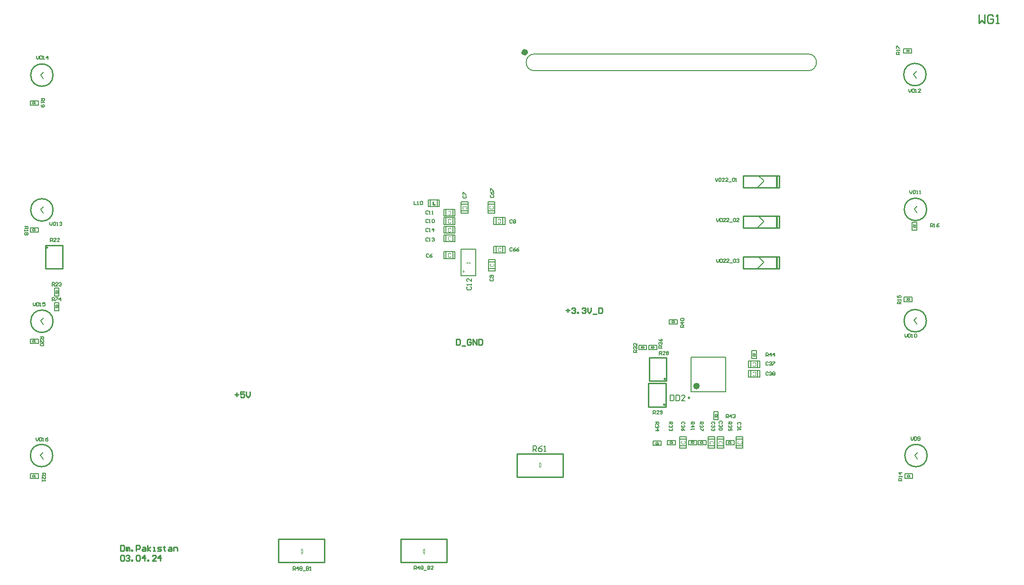
<source format=gto>
G04*
G04 #@! TF.GenerationSoftware,Altium Limited,Altium Designer,19.1.5 (86)*
G04*
G04 Layer_Color=65535*
%FSLAX44Y44*%
%MOMM*%
G71*
G01*
G75*
%ADD10C,0.2540*%
%ADD11C,1.0000*%
%ADD12C,0.2000*%
%ADD13C,0.2500*%
%ADD14C,0.6000*%
%ADD15C,0.0500*%
%ADD16C,0.1500*%
%ADD17C,0.1000*%
%ADD18C,0.3000*%
%ADD19C,0.1540*%
D10*
X2840900Y1679750D02*
G03*
X2840900Y1679750I-20000J0D01*
G01*
X2839500Y1920750D02*
G03*
X2839500Y1920750I-20000J0D01*
G01*
X1279900Y1679750D02*
G03*
X1279900Y1679750I-20000J0D01*
G01*
X1280500Y2118750D02*
G03*
X1280500Y2118750I-20000J0D01*
G01*
Y2359750D02*
G03*
X1280500Y2359750I-20000J0D01*
G01*
Y1919750D02*
G03*
X1280500Y1919750I-20000J0D01*
G01*
X2839900Y2119750D02*
G03*
X2839900Y2119750I-20000J0D01*
G01*
X2838900Y2360750D02*
G03*
X2838900Y2360750I-20000J0D01*
G01*
X1297500Y2013500D02*
Y2055500D01*
X1266750Y2013500D02*
X1297500D01*
X1266750D02*
Y2055500D01*
X1297500D01*
X2344500Y1813000D02*
Y1855000D01*
X2375250D01*
Y1813000D02*
Y1855000D01*
X2344500Y1813000D02*
X2375250D01*
X2343500Y1767000D02*
Y1809000D01*
X2374250D01*
Y1767000D02*
Y1809000D01*
X2343500Y1767000D02*
X2374250D01*
X2108500Y1641000D02*
Y1683000D01*
Y1641000D02*
X2190500D01*
Y1683000D01*
X2108500D02*
X2190500D01*
X1683000Y1488780D02*
X1765000D01*
X1683000D02*
Y1530780D01*
X1765000D01*
Y1488780D02*
Y1530780D01*
X1901000Y1488780D02*
X1983000D01*
X1901000D02*
Y1530780D01*
X1983000D01*
Y1488780D02*
Y1530780D01*
X2512510Y2087000D02*
X2576510D01*
Y2108000D01*
X2512510D02*
X2576510D01*
X2512510Y2087000D02*
Y2108000D01*
Y2159000D02*
X2576510D01*
Y2180000D01*
X2512510D02*
X2576510D01*
X2512510Y2159000D02*
Y2180000D01*
X2512510Y2014000D02*
X2576510D01*
Y2035000D01*
X2512510D02*
X2576510D01*
X2512510Y2014000D02*
Y2035000D01*
X1400540Y1519629D02*
Y1509632D01*
X1405538D01*
X1407204Y1511298D01*
Y1517963D01*
X1405538Y1519629D01*
X1400540D01*
X1410537Y1509632D02*
Y1516297D01*
X1412203D01*
X1413869Y1514630D01*
Y1509632D01*
Y1514630D01*
X1415535Y1516297D01*
X1417201Y1514630D01*
Y1509632D01*
X1420534D02*
Y1511298D01*
X1422200D01*
Y1509632D01*
X1420534D01*
X1428864D02*
Y1519629D01*
X1433863D01*
X1435529Y1517963D01*
Y1514630D01*
X1433863Y1512964D01*
X1428864D01*
X1440527Y1516297D02*
X1443859D01*
X1445526Y1514630D01*
Y1509632D01*
X1440527D01*
X1438861Y1511298D01*
X1440527Y1512964D01*
X1445526D01*
X1448858Y1509632D02*
Y1519629D01*
Y1512964D02*
X1453856Y1516297D01*
X1448858Y1512964D02*
X1453856Y1509632D01*
X1458855D02*
X1462187D01*
X1460521D01*
Y1516297D01*
X1458855D01*
X1467185Y1509632D02*
X1472184D01*
X1473850Y1511298D01*
X1472184Y1512964D01*
X1468851D01*
X1467185Y1514630D01*
X1468851Y1516297D01*
X1473850D01*
X1478848Y1517963D02*
Y1516297D01*
X1477182D01*
X1480514D01*
X1478848D01*
Y1511298D01*
X1480514Y1509632D01*
X1487179Y1516297D02*
X1490511D01*
X1492177Y1514630D01*
Y1509632D01*
X1487179D01*
X1485513Y1511298D01*
X1487179Y1512964D01*
X1492177D01*
X1495509Y1509632D02*
Y1516297D01*
X1500508D01*
X1502174Y1514630D01*
Y1509632D01*
X1400540Y1499871D02*
X1402206Y1501537D01*
X1405538D01*
X1407204Y1499871D01*
Y1493206D01*
X1405538Y1491540D01*
X1402206D01*
X1400540Y1493206D01*
Y1499871D01*
X1410537D02*
X1412203Y1501537D01*
X1415535D01*
X1417201Y1499871D01*
Y1498204D01*
X1415535Y1496538D01*
X1413869D01*
X1415535D01*
X1417201Y1494872D01*
Y1493206D01*
X1415535Y1491540D01*
X1412203D01*
X1410537Y1493206D01*
X1420534Y1491540D02*
Y1493206D01*
X1422200D01*
Y1491540D01*
X1420534D01*
X1428864Y1499871D02*
X1430530Y1501537D01*
X1433863D01*
X1435529Y1499871D01*
Y1493206D01*
X1433863Y1491540D01*
X1430530D01*
X1428864Y1493206D01*
Y1499871D01*
X1443859Y1491540D02*
Y1501537D01*
X1438861Y1496538D01*
X1445526D01*
X1448858Y1491540D02*
Y1493206D01*
X1450524D01*
Y1491540D01*
X1448858D01*
X1463853D02*
X1457188D01*
X1463853Y1498204D01*
Y1499871D01*
X1462187Y1501537D01*
X1458855D01*
X1457188Y1499871D01*
X1472184Y1491540D02*
Y1501537D01*
X1467185Y1496538D01*
X1473850D01*
X1605000Y1788998D02*
X1611664D01*
X1608332Y1792331D02*
Y1785666D01*
X1621661Y1793997D02*
X1614997D01*
Y1788998D01*
X1618329Y1790665D01*
X1619995D01*
X1621661Y1788998D01*
Y1785666D01*
X1619995Y1784000D01*
X1616663D01*
X1614997Y1785666D01*
X1624993Y1793997D02*
Y1787332D01*
X1628326Y1784000D01*
X1631658Y1787332D01*
Y1793997D01*
X2000000Y1887997D02*
Y1878000D01*
X2004998D01*
X2006664Y1879666D01*
Y1886331D01*
X2004998Y1887997D01*
X2000000D01*
X2009997Y1876334D02*
X2016661D01*
X2026658Y1886331D02*
X2024992Y1887997D01*
X2021660D01*
X2019993Y1886331D01*
Y1879666D01*
X2021660Y1878000D01*
X2024992D01*
X2026658Y1879666D01*
Y1882998D01*
X2023326D01*
X2029990Y1878000D02*
Y1887997D01*
X2036655Y1878000D01*
Y1887997D01*
X2039987D02*
Y1878000D01*
X2044986D01*
X2046652Y1879666D01*
Y1886331D01*
X2044986Y1887997D01*
X2039987D01*
X2196000Y1938998D02*
X2202664D01*
X2199332Y1942331D02*
Y1935666D01*
X2205997Y1942331D02*
X2207663Y1943997D01*
X2210995D01*
X2212661Y1942331D01*
Y1940665D01*
X2210995Y1938998D01*
X2209329D01*
X2210995D01*
X2212661Y1937332D01*
Y1935666D01*
X2210995Y1934000D01*
X2207663D01*
X2205997Y1935666D01*
X2215994Y1934000D02*
Y1935666D01*
X2217660D01*
Y1934000D01*
X2215994D01*
X2224324Y1942331D02*
X2225990Y1943997D01*
X2229323D01*
X2230989Y1942331D01*
Y1940665D01*
X2229323Y1938998D01*
X2227657D01*
X2229323D01*
X2230989Y1937332D01*
Y1935666D01*
X2229323Y1934000D01*
X2225990D01*
X2224324Y1935666D01*
X2234321Y1943997D02*
Y1937332D01*
X2237653Y1934000D01*
X2240986Y1937332D01*
Y1943997D01*
X2244318Y1932334D02*
X2250982D01*
X2254315Y1943997D02*
Y1934000D01*
X2259313D01*
X2260979Y1935666D01*
Y1942331D01*
X2259313Y1943997D01*
X2254315D01*
X1958382Y2133458D02*
Y2128460D01*
X1961714D01*
X2933350Y2467827D02*
Y2452592D01*
X2938428Y2457670D01*
X2943507Y2452592D01*
Y2467827D01*
X2958742Y2465288D02*
X2956203Y2467827D01*
X2951124D01*
X2948585Y2465288D01*
Y2455131D01*
X2951124Y2452592D01*
X2956203D01*
X2958742Y2455131D01*
Y2460210D01*
X2953663D01*
X2963820Y2452592D02*
X2968899D01*
X2966359D01*
Y2467827D01*
X2963820Y2465288D01*
D11*
X2123200Y2400520D02*
G03*
X2123200Y2400520I-1000J0D01*
G01*
D12*
X2628200Y2367520D02*
G03*
X2628200Y2397520I0J15000D01*
G01*
X2139950D02*
G03*
X2139950Y2367520I0J-15000D01*
G01*
X2067000Y2054000D02*
X2087000D01*
Y2042000D02*
Y2054000D01*
X2067000Y2042000D02*
X2087000D01*
X2067000D02*
Y2054000D01*
X2071000Y2042000D02*
Y2054000D01*
X2083000Y2042000D02*
Y2054000D01*
X2009000Y2001000D02*
Y2049000D01*
X2035000D01*
Y2001000D02*
Y2049000D01*
X2009000Y2001000D02*
X2035000D01*
X2058000Y2010000D02*
Y2030000D01*
X2070000D01*
Y2010000D02*
Y2030000D01*
X2058000Y2010000D02*
X2070000D01*
X2058000Y2014000D02*
X2070000D01*
X2058000Y2026000D02*
X2070000D01*
X1994000Y2032000D02*
Y2044000D01*
X1982000Y2032000D02*
Y2044000D01*
X1978000Y2032000D02*
Y2044000D01*
Y2032000D02*
X1998000D01*
Y2044000D01*
X1978000D02*
X1998000D01*
X1978000Y2074000D02*
X1998000D01*
Y2062000D02*
Y2074000D01*
X1978000Y2062000D02*
X1998000D01*
X1978000D02*
Y2074000D01*
X1982000Y2062000D02*
Y2074000D01*
X1994000Y2062000D02*
Y2074000D01*
X2067000Y2093000D02*
X2087000D01*
X2067000D02*
Y2105000D01*
X2087000D01*
Y2093000D02*
Y2105000D01*
X2083000Y2093000D02*
Y2105000D01*
X2071000Y2093000D02*
Y2105000D01*
X2057000Y2113000D02*
Y2133000D01*
X2069000D01*
Y2113000D02*
Y2133000D01*
X2057000Y2113000D02*
X2069000D01*
X2057000Y2117000D02*
X2069000D01*
X2057000Y2129000D02*
X2069000D01*
X2021000Y2113000D02*
Y2133000D01*
X2009000Y2113000D02*
X2021000D01*
X2009000D02*
Y2133000D01*
X2021000D01*
X2009000Y2129000D02*
X2021000D01*
X2009000Y2117000D02*
X2021000D01*
X1978000Y2089000D02*
X1998000D01*
Y2077000D02*
Y2089000D01*
X1978000Y2077000D02*
X1998000D01*
X1978000D02*
Y2089000D01*
X1982000Y2077000D02*
Y2089000D01*
X1994000Y2077000D02*
Y2089000D01*
X1966000Y2125000D02*
Y2137000D01*
X1954000Y2125000D02*
Y2137000D01*
X1950000Y2125000D02*
Y2137000D01*
Y2125000D02*
X1970000D01*
Y2137000D01*
X1950000D02*
X1970000D01*
X1994000Y2093000D02*
Y2105000D01*
X1982000Y2093000D02*
Y2105000D01*
X1978000Y2093000D02*
Y2105000D01*
Y2093000D02*
X1998000D01*
Y2105000D01*
X1978000D02*
X1998000D01*
X1982000Y2108000D02*
Y2120000D01*
X1994000Y2108000D02*
Y2120000D01*
X1998000Y2108000D02*
Y2120000D01*
X1978000D02*
X1998000D01*
X1978000Y2108000D02*
Y2120000D01*
Y2108000D02*
X1998000D01*
X2818775Y1680375D02*
X2823525Y1673625D01*
X2818775Y1680375D02*
X2824025Y1685625D01*
X2817375Y1921375D02*
X2822625Y1926625D01*
X2817375Y1921375D02*
X2822125Y1914625D01*
X1257775Y1680375D02*
X1263025Y1685625D01*
X1257775Y1680375D02*
X1262525Y1673625D01*
X1258375Y2119375D02*
X1263125Y2112625D01*
X1258375Y2119375D02*
X1263625Y2124625D01*
X1258375Y2360375D02*
X1263625Y2365625D01*
X1258375Y2360375D02*
X1263125Y2353625D01*
X2139950Y2367520D02*
X2628200D01*
X2139950Y2397520D02*
X2631200D01*
X1258375Y1920375D02*
X1263125Y1913625D01*
X1258375Y1920375D02*
X1263625Y1925625D01*
X2817775Y2120375D02*
X2822525Y2113625D01*
X2817775Y2120375D02*
X2823025Y2125625D01*
X2816775Y2361375D02*
X2822025Y2366625D01*
X2816775Y2361375D02*
X2821525Y2354625D01*
X2537510Y2087000D02*
X2548510Y2098000D01*
X2539510Y2108000D02*
X2548510Y2099000D01*
Y2098000D02*
Y2099000D01*
X2532510Y2087000D02*
X2537510D01*
Y2159000D02*
X2548510Y2170000D01*
X2539510Y2180000D02*
X2548510Y2171000D01*
Y2170000D02*
Y2171000D01*
X2532510Y2159000D02*
X2537510D01*
X2537510Y2014000D02*
X2548510Y2025000D01*
X2539510Y2035000D02*
X2548510Y2026000D01*
Y2025000D02*
Y2026000D01*
X2532510Y2014000D02*
X2537510D01*
X2419000Y1794000D02*
X2481000D01*
X2419000Y1856000D02*
X2481000D01*
X2419000Y1794000D02*
Y1856000D01*
X2481000Y1794000D02*
Y1856000D01*
X2522000Y1837000D02*
X2542000D01*
X2522000D02*
Y1849000D01*
X2542000D01*
Y1837000D02*
Y1849000D01*
X2538000Y1837000D02*
Y1849000D01*
X2526000Y1837000D02*
Y1849000D01*
X2522000Y1820000D02*
X2542000D01*
X2522000D02*
Y1832000D01*
X2542000D01*
Y1820000D02*
Y1832000D01*
X2538000Y1820000D02*
Y1832000D01*
X2526000Y1820000D02*
Y1832000D01*
X2500000Y1693000D02*
Y1713000D01*
X2512000D01*
Y1693000D02*
Y1713000D01*
X2500000Y1693000D02*
X2512000D01*
X2500000Y1697000D02*
X2512000D01*
X2500000Y1709000D02*
X2512000D01*
X2462000Y1693000D02*
Y1713000D01*
X2450000Y1693000D02*
X2462000D01*
X2450000D02*
Y1713000D01*
X2462000D01*
X2450000Y1709000D02*
X2462000D01*
X2450000Y1697000D02*
X2462000D01*
X2478000Y1693000D02*
Y1713000D01*
X2466000Y1693000D02*
X2478000D01*
X2466000D02*
Y1713000D01*
X2478000D01*
X2466000Y1709000D02*
X2478000D01*
X2466000Y1697000D02*
X2478000D01*
X2399000Y1693000D02*
Y1713000D01*
X2411000D01*
Y1693000D02*
Y1713000D01*
X2399000Y1693000D02*
X2411000D01*
X2399000Y1697000D02*
X2411000D01*
X2399000Y1709000D02*
X2411000D01*
D13*
X1270750Y2051750D02*
G03*
X1270750Y2051750I-1250J0D01*
G01*
X2373750Y1816750D02*
G03*
X2373750Y1816750I-1250J0D01*
G01*
X2372750Y1770750D02*
G03*
X2372750Y1770750I-1250J0D01*
G01*
X2416750Y1783000D02*
G03*
X2416750Y1783000I-1250J0D01*
G01*
D14*
X2432000Y1804000D02*
G03*
X2432000Y1804000I-3000J0D01*
G01*
D15*
X2023270Y2024160D02*
X2025810D01*
X2018190D02*
X2020730D01*
X2023270Y2022890D02*
Y2025430D01*
X2020730Y2022890D02*
Y2025430D01*
X2011000Y2009000D02*
X2015000D01*
X2013000Y2007000D02*
Y2011000D01*
D16*
X2800888Y1646970D02*
X2815112D01*
X2800888Y1639096D02*
X2815112D01*
Y1646970D01*
X2800888Y1639096D02*
Y1646970D01*
X2799888Y1955030D02*
X2814112D01*
X2799888Y1962904D02*
X2814112D01*
X2799888Y1955030D02*
Y1962904D01*
X2814112Y1955030D02*
Y1962904D01*
X2798888Y2399030D02*
X2813112D01*
X2798888Y2406904D02*
X2813112D01*
X2798888Y2399030D02*
Y2406904D01*
X2813112Y2399030D02*
Y2406904D01*
X2814030Y2082888D02*
Y2097112D01*
X2821904Y2082888D02*
Y2097112D01*
X2814030D02*
X2821904D01*
X2814030Y2082888D02*
X2821904D01*
X1239888Y1646970D02*
X1254112D01*
X1239888Y1639096D02*
X1254112D01*
Y1646970D01*
X1239888Y1639096D02*
Y1646970D01*
Y1887970D02*
X1254112D01*
X1239888Y1880096D02*
X1254112D01*
Y1887970D01*
X1239888Y1880096D02*
Y1887970D01*
Y2086970D02*
X1254112D01*
X1239888Y2079096D02*
X1254112D01*
Y2086970D01*
X1239888Y2079096D02*
Y2086970D01*
Y2313970D02*
X1254112D01*
X1239888Y2306096D02*
X1254112D01*
Y2313970D01*
X1239888Y2306096D02*
Y2313970D01*
X1283096Y1953112D02*
X1290970D01*
X1283096Y1938888D02*
X1290970D01*
X1283096D02*
Y1953112D01*
X1290970Y1938888D02*
Y1953112D01*
X1283096Y1979112D02*
X1290970D01*
X1283096Y1964888D02*
X1290970D01*
X1283096D02*
Y1979112D01*
X1290970Y1964888D02*
Y1979112D01*
X2325888Y1869030D02*
X2340112D01*
X2325888Y1876904D02*
X2340112D01*
X2325888Y1869030D02*
Y1876904D01*
X2340112Y1869030D02*
Y1876904D01*
X2528030Y1852888D02*
Y1867112D01*
X2535904Y1852888D02*
Y1867112D01*
X2528030D02*
X2535904D01*
X2528030Y1852888D02*
X2535904D01*
X2377388Y1706970D02*
X2391612D01*
X2377388Y1699096D02*
X2391612D01*
Y1706970D01*
X2377388Y1699096D02*
Y1706970D01*
X2351950Y1705721D02*
X2366174D01*
X2351950Y1697847D02*
X2366174D01*
Y1705721D01*
X2351950Y1697847D02*
Y1705721D01*
X2481888Y1706970D02*
X2496112D01*
X2481888Y1699096D02*
X2496112D01*
Y1706970D01*
X2481888Y1699096D02*
Y1706970D01*
X2380488Y1922780D02*
X2394712D01*
X2380488Y1914906D02*
X2394712D01*
Y1922780D01*
X2380488Y1914906D02*
Y1922780D01*
X2343888Y1869030D02*
X2358112D01*
X2343888Y1876904D02*
X2358112D01*
X2343888Y1869030D02*
Y1876904D01*
X2358112Y1869030D02*
Y1876904D01*
X2467970Y1743888D02*
Y1758112D01*
X2460096Y1743888D02*
Y1758112D01*
Y1743888D02*
X2467970D01*
X2460096Y1758112D02*
X2467970D01*
X2414888Y1699030D02*
X2429112D01*
X2414888Y1706904D02*
X2429112D01*
X2414888Y1699030D02*
Y1706904D01*
X2429112Y1699030D02*
Y1706904D01*
X2431888Y1706970D02*
X2446112D01*
X2431888Y1699096D02*
X2446112D01*
Y1706970D01*
X2431888Y1699096D02*
Y1706970D01*
X2810540Y1641382D02*
X2805542D01*
Y1643881D01*
X2806375Y1644714D01*
X2808041D01*
X2808874Y1643881D01*
Y1641382D01*
Y1643048D02*
X2810540Y1644714D01*
X2804460Y1960618D02*
X2809458D01*
Y1958119D01*
X2808625Y1957286D01*
X2806959D01*
X2806126Y1958119D01*
Y1960618D01*
Y1958952D02*
X2804460Y1957286D01*
X2803460Y2404618D02*
X2808458D01*
Y2402119D01*
X2807625Y2401286D01*
X2805959D01*
X2805126Y2402119D01*
Y2404618D01*
Y2402952D02*
X2803460Y2401286D01*
X2819618Y2092540D02*
Y2087542D01*
X2817119D01*
X2816286Y2088375D01*
Y2090041D01*
X2817119Y2090874D01*
X2819618D01*
X2817952D02*
X2816286Y2092540D01*
X1249540Y1641382D02*
X1244542D01*
Y1643881D01*
X1245375Y1644714D01*
X1247041D01*
X1247874Y1643881D01*
Y1641382D01*
Y1643048D02*
X1249540Y1644714D01*
Y1882382D02*
X1244542D01*
Y1884881D01*
X1245375Y1885714D01*
X1247041D01*
X1247874Y1884881D01*
Y1882382D01*
Y1884048D02*
X1249540Y1885714D01*
Y2081382D02*
X1244542D01*
Y2083881D01*
X1245375Y2084714D01*
X1247041D01*
X1247874Y2083881D01*
Y2081382D01*
Y2083048D02*
X1249540Y2084714D01*
Y2308382D02*
X1244542D01*
Y2310881D01*
X1245375Y2311714D01*
X1247041D01*
X1247874Y2310881D01*
Y2308382D01*
Y2310048D02*
X1249540Y2311714D01*
X1285382Y1943460D02*
Y1948458D01*
X1287881D01*
X1288714Y1947625D01*
Y1945959D01*
X1287881Y1945126D01*
X1285382D01*
X1287048D02*
X1288714Y1943460D01*
X1285382Y1969460D02*
Y1974458D01*
X1287881D01*
X1288714Y1973625D01*
Y1971959D01*
X1287881Y1971126D01*
X1285382D01*
X1287048D02*
X1288714Y1969460D01*
X2330460Y1874618D02*
X2335458D01*
Y1872119D01*
X2334625Y1871286D01*
X2332959D01*
X2332126Y1872119D01*
Y1874618D01*
Y1872952D02*
X2330460Y1871286D01*
X2533618Y1862540D02*
Y1857542D01*
X2531119D01*
X2530286Y1858375D01*
Y1860041D01*
X2531119Y1860874D01*
X2533618D01*
X2531952D02*
X2530286Y1862540D01*
X2387040Y1701382D02*
X2382042D01*
Y1703881D01*
X2382875Y1704714D01*
X2384541D01*
X2385374Y1703881D01*
Y1701382D01*
Y1703048D02*
X2387040Y1704714D01*
X2361602Y1700133D02*
X2356604D01*
Y1702632D01*
X2357437Y1703466D01*
X2359103D01*
X2359936Y1702632D01*
Y1700133D01*
Y1701799D02*
X2361602Y1703466D01*
X2491540Y1701382D02*
X2486542D01*
Y1703881D01*
X2487375Y1704714D01*
X2489041D01*
X2489874Y1703881D01*
Y1701382D01*
Y1703048D02*
X2491540Y1704714D01*
X2390140Y1917192D02*
X2385142D01*
Y1919691D01*
X2385975Y1920524D01*
X2387641D01*
X2388474Y1919691D01*
Y1917192D01*
Y1918858D02*
X2390140Y1920524D01*
X2348460Y1874618D02*
X2353458D01*
Y1872119D01*
X2352625Y1871286D01*
X2350959D01*
X2350126Y1872119D01*
Y1874618D01*
Y1872952D02*
X2348460Y1871286D01*
X2462382Y1748460D02*
Y1753458D01*
X2464881D01*
X2465714Y1752625D01*
Y1750959D01*
X2464881Y1750126D01*
X2462382D01*
X2464048D02*
X2465714Y1748460D01*
X2419460Y1704618D02*
X2424458D01*
Y1702119D01*
X2423625Y1701286D01*
X2421959D01*
X2421126Y1702119D01*
Y1704618D01*
Y1702952D02*
X2419460Y1701286D01*
X2441540Y1701382D02*
X2436542D01*
Y1703881D01*
X2437375Y1704714D01*
X2439041D01*
X2439874Y1703881D01*
Y1701382D01*
Y1703048D02*
X2441540Y1704714D01*
X2465000Y2030998D02*
Y2026999D01*
X2466999Y2025000D01*
X2468999Y2026999D01*
Y2030998D01*
X2470998D02*
Y2025000D01*
X2473997D01*
X2474997Y2026000D01*
Y2029998D01*
X2473997Y2030998D01*
X2470998D01*
X2480995Y2025000D02*
X2476996D01*
X2480995Y2028999D01*
Y2029998D01*
X2479995Y2030998D01*
X2477996D01*
X2476996Y2029998D01*
X2486993Y2025000D02*
X2482994D01*
X2486993Y2028999D01*
Y2029998D01*
X2485993Y2030998D01*
X2483994D01*
X2482994Y2029998D01*
X2488992Y2024000D02*
X2492991D01*
X2497989Y2030998D02*
X2495990D01*
X2494990Y2029998D01*
Y2026000D01*
X2495990Y2025000D01*
X2497989D01*
X2498989Y2026000D01*
Y2029998D01*
X2497989Y2030998D01*
X2500988Y2029998D02*
X2501988Y2030998D01*
X2503987D01*
X2504987Y2029998D01*
Y2028999D01*
X2503987Y2027999D01*
X2502988D01*
X2503987D01*
X2504987Y2026999D01*
Y2026000D01*
X2503987Y2025000D01*
X2501988D01*
X2500988Y2026000D01*
X2465000Y2103998D02*
Y2099999D01*
X2466999Y2098000D01*
X2468999Y2099999D01*
Y2103998D01*
X2470998D02*
Y2098000D01*
X2473997D01*
X2474997Y2099000D01*
Y2102998D01*
X2473997Y2103998D01*
X2470998D01*
X2480995Y2098000D02*
X2476996D01*
X2480995Y2101999D01*
Y2102998D01*
X2479995Y2103998D01*
X2477996D01*
X2476996Y2102998D01*
X2486993Y2098000D02*
X2482994D01*
X2486993Y2101999D01*
Y2102998D01*
X2485993Y2103998D01*
X2483994D01*
X2482994Y2102998D01*
X2488992Y2097000D02*
X2492991D01*
X2497989Y2103998D02*
X2495990D01*
X2494990Y2102998D01*
Y2099000D01*
X2495990Y2098000D01*
X2497989D01*
X2498989Y2099000D01*
Y2102998D01*
X2497989Y2103998D01*
X2504987Y2098000D02*
X2500988D01*
X2504987Y2101999D01*
Y2102998D01*
X2503987Y2103998D01*
X2501988D01*
X2500988Y2102998D01*
X2463001Y2175998D02*
Y2171999D01*
X2465000Y2170000D01*
X2466999Y2171999D01*
Y2175998D01*
X2468999D02*
Y2170000D01*
X2471998D01*
X2472997Y2171000D01*
Y2174998D01*
X2471998Y2175998D01*
X2468999D01*
X2478995Y2170000D02*
X2474997D01*
X2478995Y2173999D01*
Y2174998D01*
X2477996Y2175998D01*
X2475996D01*
X2474997Y2174998D01*
X2484993Y2170000D02*
X2480995D01*
X2484993Y2173999D01*
Y2174998D01*
X2483994Y2175998D01*
X2481994D01*
X2480995Y2174998D01*
X2486993Y2169000D02*
X2490992D01*
X2495990Y2175998D02*
X2493991D01*
X2492991Y2174998D01*
Y2171000D01*
X2493991Y2170000D01*
X2495990D01*
X2496990Y2171000D01*
Y2174998D01*
X2495990Y2175998D01*
X2498989Y2170000D02*
X2500988D01*
X2499989D01*
Y2175998D01*
X2498989Y2174998D01*
X1250000Y1711998D02*
Y1707999D01*
X1251999Y1706000D01*
X1253999Y1707999D01*
Y1711998D01*
X1255998D02*
Y1706000D01*
X1258997D01*
X1259997Y1707000D01*
Y1710998D01*
X1258997Y1711998D01*
X1255998D01*
X1261996Y1706000D02*
X1263996D01*
X1262996D01*
Y1711998D01*
X1261996Y1710998D01*
X1270993Y1711998D02*
X1268994Y1710998D01*
X1266994Y1708999D01*
Y1707000D01*
X1267994Y1706000D01*
X1269994D01*
X1270993Y1707000D01*
Y1707999D01*
X1269994Y1708999D01*
X1266994D01*
X1245000Y1952998D02*
Y1948999D01*
X1246999Y1947000D01*
X1248999Y1948999D01*
Y1952998D01*
X1250998D02*
Y1947000D01*
X1253997D01*
X1254997Y1948000D01*
Y1951998D01*
X1253997Y1952998D01*
X1250998D01*
X1256996Y1947000D02*
X1258996D01*
X1257996D01*
Y1952998D01*
X1256996Y1951998D01*
X1265993Y1952998D02*
X1261994D01*
Y1949999D01*
X1263994Y1950999D01*
X1264994D01*
X1265993Y1949999D01*
Y1948000D01*
X1264994Y1947000D01*
X1262994D01*
X1261994Y1948000D01*
X1251000Y2393998D02*
Y2389999D01*
X1252999Y2388000D01*
X1254999Y2389999D01*
Y2393998D01*
X1256998D02*
Y2388000D01*
X1259997D01*
X1260997Y2389000D01*
Y2392998D01*
X1259997Y2393998D01*
X1256998D01*
X1262996Y2388000D02*
X1264995D01*
X1263996D01*
Y2393998D01*
X1262996Y2392998D01*
X1270993Y2388000D02*
Y2393998D01*
X1267995Y2390999D01*
X1271993D01*
X1275000Y2096998D02*
Y2092999D01*
X1276999Y2091000D01*
X1278999Y2092999D01*
Y2096998D01*
X1280998D02*
Y2091000D01*
X1283997D01*
X1284997Y2092000D01*
Y2095998D01*
X1283997Y2096998D01*
X1280998D01*
X1286996Y2091000D02*
X1288996D01*
X1287996D01*
Y2096998D01*
X1286996Y2095998D01*
X1291994D02*
X1292994Y2096998D01*
X1294993D01*
X1295993Y2095998D01*
Y2094999D01*
X1294993Y2093999D01*
X1293994D01*
X1294993D01*
X1295993Y2092999D01*
Y2092000D01*
X1294993Y2091000D01*
X1292994D01*
X1291994Y2092000D01*
X2808000Y2334998D02*
Y2330999D01*
X2809999Y2329000D01*
X2811999Y2330999D01*
Y2334998D01*
X2813998D02*
Y2329000D01*
X2816997D01*
X2817997Y2330000D01*
Y2333998D01*
X2816997Y2334998D01*
X2813998D01*
X2819996Y2329000D02*
X2821996D01*
X2820996D01*
Y2334998D01*
X2819996Y2333998D01*
X2828993Y2329000D02*
X2824995D01*
X2828993Y2332999D01*
Y2333998D01*
X2827993Y2334998D01*
X2825994D01*
X2824995Y2333998D01*
X2810000Y2153998D02*
Y2149999D01*
X2812000Y2148000D01*
X2813999Y2149999D01*
Y2153998D01*
X2815998D02*
Y2148000D01*
X2818997D01*
X2819997Y2149000D01*
Y2152998D01*
X2818997Y2153998D01*
X2815998D01*
X2821996Y2148000D02*
X2823995D01*
X2822996D01*
Y2153998D01*
X2821996Y2152998D01*
X2826995Y2148000D02*
X2828994D01*
X2827994D01*
Y2153998D01*
X2826995Y2152998D01*
X2801000Y1896998D02*
Y1892999D01*
X2802999Y1891000D01*
X2804999Y1892999D01*
Y1896998D01*
X2806998D02*
Y1891000D01*
X2809997D01*
X2810997Y1892000D01*
Y1895998D01*
X2809997Y1896998D01*
X2806998D01*
X2812996Y1891000D02*
X2814995D01*
X2813996D01*
Y1896998D01*
X2812996Y1895998D01*
X2817994D02*
X2818994Y1896998D01*
X2820994D01*
X2821993Y1895998D01*
Y1892000D01*
X2820994Y1891000D01*
X2818994D01*
X2817994Y1892000D01*
Y1895998D01*
X2812000Y1712998D02*
Y1708999D01*
X2813999Y1707000D01*
X2815999Y1708999D01*
Y1712998D01*
X2817998D02*
Y1707000D01*
X2820997D01*
X2821997Y1708000D01*
Y1711998D01*
X2820997Y1712998D01*
X2817998D01*
X2823996Y1708000D02*
X2824996Y1707000D01*
X2826995D01*
X2827995Y1708000D01*
Y1711998D01*
X2826995Y1712998D01*
X2824996D01*
X2823996Y1711998D01*
Y1710999D01*
X2824996Y1709999D01*
X2827995D01*
X2137000Y1687000D02*
Y1696997D01*
X2141998D01*
X2143665Y1695331D01*
Y1691998D01*
X2141998Y1690332D01*
X2137000D01*
X2140332D02*
X2143665Y1687000D01*
X2153661Y1696997D02*
X2150329Y1695331D01*
X2146997Y1691998D01*
Y1688666D01*
X2148663Y1687000D01*
X2151995D01*
X2153661Y1688666D01*
Y1690332D01*
X2151995Y1691998D01*
X2146997D01*
X2156994Y1687000D02*
X2160326D01*
X2158660D01*
Y1696997D01*
X2156994Y1695331D01*
X1925000Y1476000D02*
Y1481998D01*
X1927999D01*
X1928999Y1480998D01*
Y1478999D01*
X1927999Y1477999D01*
X1925000D01*
X1926999D02*
X1928999Y1476000D01*
X1933997D02*
Y1481998D01*
X1930998Y1478999D01*
X1934997D01*
X1936996Y1480998D02*
X1937996Y1481998D01*
X1939995D01*
X1940995Y1480998D01*
Y1479999D01*
X1939995Y1478999D01*
X1940995Y1477999D01*
Y1477000D01*
X1939995Y1476000D01*
X1937996D01*
X1936996Y1477000D01*
Y1477999D01*
X1937996Y1478999D01*
X1936996Y1479999D01*
Y1480998D01*
X1937996Y1478999D02*
X1939995D01*
X1942994Y1475000D02*
X1946993D01*
X1948992Y1481998D02*
Y1476000D01*
X1951991D01*
X1952991Y1477000D01*
Y1477999D01*
X1951991Y1478999D01*
X1948992D01*
X1951991D01*
X1952991Y1479999D01*
Y1480998D01*
X1951991Y1481998D01*
X1948992D01*
X1958989Y1476000D02*
X1954990D01*
X1958989Y1479999D01*
Y1480998D01*
X1957989Y1481998D01*
X1955990D01*
X1954990Y1480998D01*
X1709000Y1475000D02*
Y1480998D01*
X1711999D01*
X1712999Y1479998D01*
Y1477999D01*
X1711999Y1476999D01*
X1709000D01*
X1710999D02*
X1712999Y1475000D01*
X1717997D02*
Y1480998D01*
X1714998Y1477999D01*
X1718997D01*
X1720996Y1479998D02*
X1721996Y1480998D01*
X1723995D01*
X1724995Y1479998D01*
Y1478999D01*
X1723995Y1477999D01*
X1724995Y1476999D01*
Y1476000D01*
X1723995Y1475000D01*
X1721996D01*
X1720996Y1476000D01*
Y1476999D01*
X1721996Y1477999D01*
X1720996Y1478999D01*
Y1479998D01*
X1721996Y1477999D02*
X1723995D01*
X1726994Y1474000D02*
X1730993D01*
X1732992Y1480998D02*
Y1475000D01*
X1735991D01*
X1736991Y1476000D01*
Y1476999D01*
X1735991Y1477999D01*
X1732992D01*
X1735991D01*
X1736991Y1478999D01*
Y1479998D01*
X1735991Y1480998D01*
X1732992D01*
X1738990Y1475000D02*
X1740990D01*
X1739990D01*
Y1480998D01*
X1738990Y1479998D01*
X2553000Y1857000D02*
Y1862998D01*
X2555999D01*
X2556999Y1861998D01*
Y1859999D01*
X2555999Y1858999D01*
X2553000D01*
X2554999D02*
X2556999Y1857000D01*
X2561997D02*
Y1862998D01*
X2558998Y1859999D01*
X2562997D01*
X2567995Y1857000D02*
Y1862998D01*
X2564996Y1859999D01*
X2568995D01*
X2482000Y1747000D02*
Y1752998D01*
X2484999D01*
X2485999Y1751998D01*
Y1749999D01*
X2484999Y1748999D01*
X2482000D01*
X2483999D02*
X2485999Y1747000D01*
X2490997D02*
Y1752998D01*
X2487998Y1749999D01*
X2491997D01*
X2493996Y1751998D02*
X2494996Y1752998D01*
X2496995D01*
X2497995Y1751998D01*
Y1750999D01*
X2496995Y1749999D01*
X2495995D01*
X2496995D01*
X2497995Y1748999D01*
Y1748000D01*
X2496995Y1747000D01*
X2494996D01*
X2493996Y1748000D01*
X2419000Y1740000D02*
X2424998D01*
Y1737001D01*
X2423998Y1736001D01*
X2421999D01*
X2420999Y1737001D01*
Y1740000D01*
Y1738001D02*
X2419000Y1736001D01*
Y1731003D02*
X2424998D01*
X2421999Y1734002D01*
Y1730003D01*
X2419000Y1728004D02*
Y1726004D01*
Y1727004D01*
X2424998D01*
X2423998Y1728004D01*
X2406650Y1908810D02*
X2400652D01*
Y1911809D01*
X2401652Y1912809D01*
X2403651D01*
X2404651Y1911809D01*
Y1908810D01*
Y1910809D02*
X2406650Y1912809D01*
Y1917807D02*
X2400652D01*
X2403651Y1914808D01*
Y1918807D01*
X2401652Y1920806D02*
X2400652Y1921806D01*
Y1923805D01*
X2401652Y1924805D01*
X2405650D01*
X2406650Y1923805D01*
Y1921806D01*
X2405650Y1920806D01*
X2401652D01*
X2435000Y1740000D02*
X2440998D01*
Y1737001D01*
X2439998Y1736001D01*
X2437999D01*
X2436999Y1737001D01*
Y1740000D01*
Y1738001D02*
X2435000Y1736001D01*
X2439998Y1734002D02*
X2440998Y1733002D01*
Y1731003D01*
X2439998Y1730003D01*
X2438999D01*
X2437999Y1731003D01*
Y1732003D01*
Y1731003D01*
X2436999Y1730003D01*
X2435999D01*
X2435000Y1731003D01*
Y1733002D01*
X2435999Y1734002D01*
X2440998Y1728004D02*
Y1724005D01*
X2439998D01*
X2435999Y1728004D01*
X2435000D01*
X2368000Y1872000D02*
X2362002D01*
Y1874999D01*
X2363002Y1875999D01*
X2365001D01*
X2366001Y1874999D01*
Y1872000D01*
Y1873999D02*
X2368000Y1875999D01*
X2363002Y1877998D02*
X2362002Y1878998D01*
Y1880997D01*
X2363002Y1881997D01*
X2364001D01*
X2365001Y1880997D01*
Y1879997D01*
Y1880997D01*
X2366001Y1881997D01*
X2367000D01*
X2368000Y1880997D01*
Y1878998D01*
X2367000Y1877998D01*
X2362002Y1887995D02*
X2363002Y1885995D01*
X2365001Y1883996D01*
X2367000D01*
X2368000Y1884996D01*
Y1886995D01*
X2367000Y1887995D01*
X2366001D01*
X2365001Y1886995D01*
Y1883996D01*
X2486000Y1740000D02*
X2491998D01*
Y1737001D01*
X2490998Y1736001D01*
X2488999D01*
X2487999Y1737001D01*
Y1740000D01*
Y1738001D02*
X2486000Y1736001D01*
X2490998Y1734002D02*
X2491998Y1733002D01*
Y1731003D01*
X2490998Y1730003D01*
X2489999D01*
X2488999Y1731003D01*
Y1732003D01*
Y1731003D01*
X2487999Y1730003D01*
X2487000D01*
X2486000Y1731003D01*
Y1733002D01*
X2487000Y1734002D01*
X2491998Y1724005D02*
Y1728004D01*
X2488999D01*
X2489999Y1726004D01*
Y1725005D01*
X2488999Y1724005D01*
X2487000D01*
X2486000Y1725005D01*
Y1727004D01*
X2487000Y1728004D01*
X2356062Y1739721D02*
X2362060D01*
Y1736722D01*
X2361060Y1735723D01*
X2359061D01*
X2358062Y1736722D01*
Y1739721D01*
Y1737722D02*
X2356062Y1735723D01*
X2361060Y1733723D02*
X2362060Y1732724D01*
Y1730724D01*
X2361060Y1729725D01*
X2360061D01*
X2359061Y1730724D01*
Y1731724D01*
Y1730724D01*
X2358062Y1729725D01*
X2357062D01*
X2356062Y1730724D01*
Y1732724D01*
X2357062Y1733723D01*
X2356062Y1724726D02*
X2362060D01*
X2359061Y1727725D01*
Y1723727D01*
X2380500Y1740000D02*
X2386498D01*
Y1737001D01*
X2385498Y1736001D01*
X2383499D01*
X2382499Y1737001D01*
Y1740000D01*
Y1738001D02*
X2380500Y1736001D01*
X2385498Y1734002D02*
X2386498Y1733002D01*
Y1731003D01*
X2385498Y1730003D01*
X2384499D01*
X2383499Y1731003D01*
Y1732003D01*
Y1731003D01*
X2382499Y1730003D01*
X2381500D01*
X2380500Y1731003D01*
Y1733002D01*
X2381500Y1734002D01*
X2385498Y1728004D02*
X2386498Y1727004D01*
Y1725005D01*
X2385498Y1724005D01*
X2384499D01*
X2383499Y1725005D01*
Y1726004D01*
Y1725005D01*
X2382499Y1724005D01*
X2381500D01*
X2380500Y1725005D01*
Y1727004D01*
X2381500Y1728004D01*
X2323000Y1864000D02*
X2317002D01*
Y1866999D01*
X2318002Y1867999D01*
X2320001D01*
X2321001Y1866999D01*
Y1864000D01*
Y1865999D02*
X2323000Y1867999D01*
X2318002Y1869998D02*
X2317002Y1870998D01*
Y1872997D01*
X2318002Y1873997D01*
X2319001D01*
X2320001Y1872997D01*
Y1871997D01*
Y1872997D01*
X2321001Y1873997D01*
X2322000D01*
X2323000Y1872997D01*
Y1870998D01*
X2322000Y1869998D01*
X2323000Y1879995D02*
Y1875996D01*
X2319001Y1879995D01*
X2318002D01*
X2317002Y1878995D01*
Y1876996D01*
X2318002Y1875996D01*
X2352000Y1754000D02*
Y1759998D01*
X2354999D01*
X2355999Y1758998D01*
Y1756999D01*
X2354999Y1755999D01*
X2352000D01*
X2353999D02*
X2355999Y1754000D01*
X2361997D02*
X2357998D01*
X2361997Y1757999D01*
Y1758998D01*
X2360997Y1759998D01*
X2358998D01*
X2357998Y1758998D01*
X2363996Y1755000D02*
X2364996Y1754000D01*
X2366995D01*
X2367995Y1755000D01*
Y1758998D01*
X2366995Y1759998D01*
X2364996D01*
X2363996Y1758998D01*
Y1757999D01*
X2364996Y1756999D01*
X2367995D01*
X2363000Y1860000D02*
Y1865998D01*
X2365999D01*
X2366999Y1864998D01*
Y1862999D01*
X2365999Y1861999D01*
X2363000D01*
X2364999D02*
X2366999Y1860000D01*
X2372997D02*
X2368998D01*
X2372997Y1863999D01*
Y1864998D01*
X2371997Y1865998D01*
X2369998D01*
X2368998Y1864998D01*
X2374996D02*
X2375996Y1865998D01*
X2377995D01*
X2378995Y1864998D01*
Y1863999D01*
X2377995Y1862999D01*
X2378995Y1861999D01*
Y1861000D01*
X2377995Y1860000D01*
X2375996D01*
X2374996Y1861000D01*
Y1861999D01*
X2375996Y1862999D01*
X2374996Y1863999D01*
Y1864998D01*
X2375996Y1862999D02*
X2377995D01*
X1279000Y1983000D02*
Y1988998D01*
X1281999D01*
X1282999Y1987998D01*
Y1985999D01*
X1281999Y1984999D01*
X1279000D01*
X1280999D02*
X1282999Y1983000D01*
X1288997D02*
X1284998D01*
X1288997Y1986999D01*
Y1987998D01*
X1287997Y1988998D01*
X1285998D01*
X1284998Y1987998D01*
X1290996D02*
X1291996Y1988998D01*
X1293995D01*
X1294995Y1987998D01*
Y1986999D01*
X1293995Y1985999D01*
X1292995D01*
X1293995D01*
X1294995Y1984999D01*
Y1984000D01*
X1293995Y1983000D01*
X1291996D01*
X1290996Y1984000D01*
X1275750Y2062000D02*
Y2067998D01*
X1278749D01*
X1279749Y2066998D01*
Y2064999D01*
X1278749Y2063999D01*
X1275750D01*
X1277749D02*
X1279749Y2062000D01*
X1285747D02*
X1281748D01*
X1285747Y2065999D01*
Y2066998D01*
X1284747Y2067998D01*
X1282748D01*
X1281748Y2066998D01*
X1291745Y2062000D02*
X1287746D01*
X1291745Y2065999D01*
Y2066998D01*
X1290745Y2067998D01*
X1288746D01*
X1287746Y2066998D01*
X1261000Y1648000D02*
X1266998D01*
Y1645001D01*
X1265998Y1644001D01*
X1263999D01*
X1262999Y1645001D01*
Y1648000D01*
Y1646001D02*
X1261000Y1644001D01*
Y1638003D02*
Y1642002D01*
X1264999Y1638003D01*
X1265998D01*
X1266998Y1639003D01*
Y1641002D01*
X1265998Y1642002D01*
X1261000Y1636004D02*
Y1634005D01*
Y1635004D01*
X1266998D01*
X1265998Y1636004D01*
X1258000Y1892000D02*
X1263998D01*
Y1889001D01*
X1262998Y1888001D01*
X1260999D01*
X1259999Y1889001D01*
Y1892000D01*
Y1890001D02*
X1258000Y1888001D01*
Y1882003D02*
Y1886002D01*
X1261999Y1882003D01*
X1262998D01*
X1263998Y1883003D01*
Y1885002D01*
X1262998Y1886002D01*
Y1880004D02*
X1263998Y1879004D01*
Y1877005D01*
X1262998Y1876005D01*
X1259000D01*
X1258000Y1877005D01*
Y1879004D01*
X1259000Y1880004D01*
X1262998D01*
X1259000Y2318000D02*
X1264998D01*
Y2315001D01*
X1263998Y2314001D01*
X1261999D01*
X1260999Y2315001D01*
Y2318000D01*
Y2316001D02*
X1259000Y2314001D01*
Y2312002D02*
Y2310003D01*
Y2311002D01*
X1264998D01*
X1263998Y2312002D01*
X1260000Y2307004D02*
X1259000Y2306004D01*
Y2304005D01*
X1260000Y2303005D01*
X1263998D01*
X1264998Y2304005D01*
Y2306004D01*
X1263998Y2307004D01*
X1262999D01*
X1261999Y2306004D01*
Y2303005D01*
X1230000Y2089000D02*
X1235998D01*
Y2086001D01*
X1234998Y2085001D01*
X1232999D01*
X1231999Y2086001D01*
Y2089000D01*
Y2087001D02*
X1230000Y2085001D01*
Y2083002D02*
Y2081003D01*
Y2082002D01*
X1235998D01*
X1234998Y2083002D01*
Y2078004D02*
X1235998Y2077004D01*
Y2075004D01*
X1234998Y2074005D01*
X1233999D01*
X1232999Y2075004D01*
X1231999Y2074005D01*
X1231000D01*
X1230000Y2075004D01*
Y2077004D01*
X1231000Y2078004D01*
X1231999D01*
X1232999Y2077004D01*
X1233999Y2078004D01*
X1234998D01*
X1232999Y2077004D02*
Y2075004D01*
X2792000Y2397000D02*
X2786002D01*
Y2399999D01*
X2787002Y2400999D01*
X2789001D01*
X2790001Y2399999D01*
Y2397000D01*
Y2398999D02*
X2792000Y2400999D01*
Y2402998D02*
Y2404997D01*
Y2403998D01*
X2786002D01*
X2787002Y2402998D01*
X2786002Y2407996D02*
Y2411995D01*
X2787002D01*
X2791000Y2407996D01*
X2792000D01*
X2846820Y2088173D02*
Y2094171D01*
X2849819D01*
X2850818Y2093171D01*
Y2091172D01*
X2849819Y2090172D01*
X2846820D01*
X2848819D02*
X2850818Y2088173D01*
X2852818D02*
X2854817D01*
X2853817D01*
Y2094171D01*
X2852818Y2093171D01*
X2861815Y2094171D02*
X2859816Y2093171D01*
X2857816Y2091172D01*
Y2089172D01*
X2858816Y2088173D01*
X2860815D01*
X2861815Y2089172D01*
Y2090172D01*
X2860815Y2091172D01*
X2857816D01*
X2794000Y1951000D02*
X2788002D01*
Y1953999D01*
X2789001Y1954999D01*
X2791001D01*
X2792001Y1953999D01*
Y1951000D01*
Y1952999D02*
X2794000Y1954999D01*
Y1956998D02*
Y1958997D01*
Y1957998D01*
X2788002D01*
X2789001Y1956998D01*
X2788002Y1965995D02*
Y1961996D01*
X2791001D01*
X2790001Y1963996D01*
Y1964996D01*
X2791001Y1965995D01*
X2793000D01*
X2794000Y1964996D01*
Y1962996D01*
X2793000Y1961996D01*
X2796000Y1635000D02*
X2790002D01*
Y1637999D01*
X2791002Y1638999D01*
X2793001D01*
X2794001Y1637999D01*
Y1635000D01*
Y1636999D02*
X2796000Y1638999D01*
Y1640998D02*
Y1642997D01*
Y1641998D01*
X2790002D01*
X2791002Y1640998D01*
X2796000Y1648996D02*
X2790002D01*
X2793001Y1645996D01*
Y1649995D01*
X2382000Y1787997D02*
Y1778000D01*
X2386998D01*
X2388665Y1779666D01*
Y1786331D01*
X2386998Y1787997D01*
X2382000D01*
X2391997D02*
Y1778000D01*
X2396995D01*
X2398661Y1779666D01*
Y1786331D01*
X2396995Y1787997D01*
X2391997D01*
X2408658Y1778000D02*
X2401994D01*
X2408658Y1784664D01*
Y1786331D01*
X2406992Y1787997D01*
X2403660D01*
X2401994Y1786331D01*
X2556999Y1824002D02*
X2555999Y1823002D01*
X2554000D01*
X2553000Y1824002D01*
Y1828000D01*
X2554000Y1829000D01*
X2555999D01*
X2556999Y1828000D01*
X2558998Y1824002D02*
X2559998Y1823002D01*
X2561997D01*
X2562997Y1824002D01*
Y1825001D01*
X2561997Y1826001D01*
X2560997D01*
X2561997D01*
X2562997Y1827001D01*
Y1828000D01*
X2561997Y1829000D01*
X2559998D01*
X2558998Y1828000D01*
X2564996Y1824002D02*
X2565996Y1823002D01*
X2567995D01*
X2568995Y1824002D01*
Y1825001D01*
X2567995Y1826001D01*
X2568995Y1827001D01*
Y1828000D01*
X2567995Y1829000D01*
X2565996D01*
X2564996Y1828000D01*
Y1827001D01*
X2565996Y1826001D01*
X2564996Y1825001D01*
Y1824002D01*
X2565996Y1826001D02*
X2567995D01*
X2556999Y1845998D02*
X2555999Y1846998D01*
X2554000D01*
X2553000Y1845998D01*
Y1842000D01*
X2554000Y1841000D01*
X2555999D01*
X2556999Y1842000D01*
X2558998Y1845998D02*
X2559998Y1846998D01*
X2561997D01*
X2562997Y1845998D01*
Y1844999D01*
X2561997Y1843999D01*
X2560997D01*
X2561997D01*
X2562997Y1842999D01*
Y1842000D01*
X2561997Y1841000D01*
X2559998D01*
X2558998Y1842000D01*
X2564996Y1846998D02*
X2568995D01*
Y1845998D01*
X2564996Y1842000D01*
Y1841000D01*
X2406998Y1735971D02*
X2407997Y1736971D01*
Y1738970D01*
X2406998Y1739970D01*
X2402999D01*
X2401999Y1738970D01*
Y1736971D01*
X2402999Y1735971D01*
X2406998Y1733972D02*
X2407997Y1732972D01*
Y1730973D01*
X2406998Y1729973D01*
X2405998D01*
X2404998Y1730973D01*
Y1731973D01*
Y1730973D01*
X2403999Y1729973D01*
X2402999D01*
X2401999Y1730973D01*
Y1732972D01*
X2402999Y1733972D01*
X2407997Y1723975D02*
X2406998Y1725974D01*
X2404998Y1727974D01*
X2402999D01*
X2401999Y1726974D01*
Y1724975D01*
X2402999Y1723975D01*
X2403999D01*
X2404998Y1724975D01*
Y1727974D01*
X2460999Y1736001D02*
X2461999Y1737001D01*
Y1739000D01*
X2460999Y1740000D01*
X2457001D01*
X2456001Y1739000D01*
Y1737001D01*
X2457001Y1736001D01*
X2460999Y1734002D02*
X2461999Y1733002D01*
Y1731003D01*
X2460999Y1730003D01*
X2460000D01*
X2459000Y1731003D01*
Y1732003D01*
Y1731003D01*
X2458000Y1730003D01*
X2457001D01*
X2456001Y1731003D01*
Y1733002D01*
X2457001Y1734002D01*
X2460999Y1728004D02*
X2461999Y1727004D01*
Y1725005D01*
X2460999Y1724005D01*
X2460000D01*
X2459000Y1725005D01*
Y1726004D01*
Y1725005D01*
X2458000Y1724005D01*
X2457001D01*
X2456001Y1725005D01*
Y1727004D01*
X2457001Y1728004D01*
X2506998Y1735001D02*
X2507998Y1736001D01*
Y1738000D01*
X2506998Y1739000D01*
X2503000D01*
X2502000Y1738000D01*
Y1736001D01*
X2503000Y1735001D01*
X2506998Y1733002D02*
X2507998Y1732002D01*
Y1730003D01*
X2506998Y1729003D01*
X2505999D01*
X2504999Y1730003D01*
Y1731003D01*
Y1730003D01*
X2503999Y1729003D01*
X2503000D01*
X2502000Y1730003D01*
Y1732002D01*
X2503000Y1733002D01*
X2502000Y1727004D02*
Y1725004D01*
Y1726004D01*
X2507998D01*
X2506998Y1727004D01*
X2473999Y1737001D02*
X2474999Y1738001D01*
Y1740000D01*
X2473999Y1741000D01*
X2470001D01*
X2469001Y1740000D01*
Y1738001D01*
X2470001Y1737001D01*
X2473999Y1735002D02*
X2474999Y1734002D01*
Y1732003D01*
X2473999Y1731003D01*
X2473000D01*
X2472000Y1732003D01*
Y1733003D01*
Y1732003D01*
X2471000Y1731003D01*
X2470001D01*
X2469001Y1732003D01*
Y1734002D01*
X2470001Y1735002D01*
X2473999Y1729004D02*
X2474999Y1728004D01*
Y1726005D01*
X2473999Y1725005D01*
X2470001D01*
X2469001Y1726005D01*
Y1728004D01*
X2470001Y1729004D01*
X2473999D01*
X1949999Y2084998D02*
X1948999Y2085998D01*
X1947000D01*
X1946000Y2084998D01*
Y2081000D01*
X1947000Y2080000D01*
X1948999D01*
X1949999Y2081000D01*
X1951998Y2080000D02*
X1953997D01*
X1952998D01*
Y2085998D01*
X1951998Y2084998D01*
X1959995Y2080000D02*
Y2085998D01*
X1956996Y2082999D01*
X1960995D01*
X1949999Y2067998D02*
X1948999Y2068998D01*
X1947000D01*
X1946000Y2067998D01*
Y2064000D01*
X1947000Y2063000D01*
X1948999D01*
X1949999Y2064000D01*
X1951998Y2063000D02*
X1953997D01*
X1952998D01*
Y2068998D01*
X1951998Y2067998D01*
X1956996D02*
X1957996Y2068998D01*
X1959995D01*
X1960995Y2067998D01*
Y2066999D01*
X1959995Y2065999D01*
X1958996D01*
X1959995D01*
X1960995Y2064999D01*
Y2064000D01*
X1959995Y2063000D01*
X1957996D01*
X1956996Y2064000D01*
X2020336Y1981332D02*
X2019003Y1979999D01*
Y1977333D01*
X2020336Y1976000D01*
X2025667D01*
X2027000Y1977333D01*
Y1979999D01*
X2025667Y1981332D01*
X2027000Y1983997D02*
Y1986663D01*
Y1985330D01*
X2019003D01*
X2020336Y1983997D01*
X2027000Y1995994D02*
Y1990662D01*
X2021668Y1995994D01*
X2020336D01*
X2019003Y1994661D01*
Y1991995D01*
X2020336Y1990662D01*
X2062002Y2144999D02*
X2061002Y2143999D01*
Y2142000D01*
X2062002Y2141000D01*
X2066000D01*
X2067000Y2142000D01*
Y2143999D01*
X2066000Y2144999D01*
X2061002Y2150997D02*
X2062002Y2148997D01*
X2064001Y2146998D01*
X2066000D01*
X2067000Y2147998D01*
Y2149997D01*
X2066000Y2150997D01*
X2065001D01*
X2064001Y2149997D01*
Y2146998D01*
X2061002Y2152996D02*
Y2156995D01*
X2062002D01*
X2066000Y2152996D01*
X2067000D01*
X2099999Y2049998D02*
X2098999Y2050998D01*
X2097000D01*
X2096000Y2049998D01*
Y2046000D01*
X2097000Y2045000D01*
X2098999D01*
X2099999Y2046000D01*
X2105997Y2050998D02*
X2103997Y2049998D01*
X2101998Y2047999D01*
Y2046000D01*
X2102998Y2045000D01*
X2104997D01*
X2105997Y2046000D01*
Y2046999D01*
X2104997Y2047999D01*
X2101998D01*
X2111995Y2050998D02*
X2109996Y2049998D01*
X2107996Y2047999D01*
Y2046000D01*
X2108996Y2045000D01*
X2110995D01*
X2111995Y2046000D01*
Y2046999D01*
X2110995Y2047999D01*
X2107996D01*
X2061002Y1995999D02*
X2060002Y1994999D01*
Y1993000D01*
X2061002Y1992000D01*
X2065000D01*
X2066000Y1993000D01*
Y1994999D01*
X2065000Y1995999D01*
Y1997998D02*
X2066000Y1998998D01*
Y2000997D01*
X2065000Y2001997D01*
X2061002D01*
X2060002Y2000997D01*
Y1998998D01*
X2061002Y1997998D01*
X2062001D01*
X2063001Y1998998D01*
Y2001997D01*
X2099999Y2099998D02*
X2098999Y2100998D01*
X2097000D01*
X2096000Y2099998D01*
Y2096000D01*
X2097000Y2095000D01*
X2098999D01*
X2099999Y2096000D01*
X2101998Y2099998D02*
X2102998Y2100998D01*
X2104997D01*
X2105997Y2099998D01*
Y2098999D01*
X2104997Y2097999D01*
X2105997Y2096999D01*
Y2096000D01*
X2104997Y2095000D01*
X2102998D01*
X2101998Y2096000D01*
Y2096999D01*
X2102998Y2097999D01*
X2101998Y2098999D01*
Y2099998D01*
X2102998Y2097999D02*
X2104997D01*
X2013002Y2143999D02*
X2012002Y2142999D01*
Y2141000D01*
X2013002Y2140000D01*
X2017000D01*
X2018000Y2141000D01*
Y2142999D01*
X2017000Y2143999D01*
X2012002Y2145998D02*
Y2149997D01*
X2013002D01*
X2017000Y2145998D01*
X2018000D01*
X1950999Y2038998D02*
X1949999Y2039998D01*
X1948000D01*
X1947000Y2038998D01*
Y2035000D01*
X1948000Y2034000D01*
X1949999D01*
X1950999Y2035000D01*
X1956997Y2039998D02*
X1954997Y2038998D01*
X1952998Y2036999D01*
Y2035000D01*
X1953998Y2034000D01*
X1955997D01*
X1956997Y2035000D01*
Y2035999D01*
X1955997Y2036999D01*
X1952998D01*
D17*
X2149250Y1660000D02*
X2150500D01*
Y1666000D01*
X2148000D02*
X2150500D01*
X2148000Y1660000D02*
Y1666000D01*
Y1660000D02*
X2149250D01*
Y1658000D02*
Y1660000D01*
Y1666000D02*
Y1668000D01*
X1724250Y1503780D02*
Y1505780D01*
Y1511780D02*
Y1513780D01*
Y1511780D02*
X1725500D01*
Y1505780D02*
Y1511780D01*
X1723000Y1505780D02*
X1725500D01*
X1723000D02*
Y1511780D01*
X1724250D01*
X1942250Y1503780D02*
Y1505780D01*
Y1511780D02*
Y1513780D01*
Y1511780D02*
X1943500D01*
Y1505780D02*
Y1511780D01*
X1941000Y1505780D02*
X1943500D01*
X1941000D02*
Y1511780D01*
X1942250D01*
X2079415Y2050331D02*
X2078249Y2051498D01*
X2075916D01*
X2074750Y2050331D01*
Y2045666D01*
X2075916Y2044500D01*
X2078249D01*
X2079415Y2045666D01*
X2061669Y2022415D02*
X2060502Y2021249D01*
Y2018916D01*
X2061669Y2017750D01*
X2066334D01*
X2067500Y2018916D01*
Y2021249D01*
X2066334Y2022415D01*
X1990415Y2040331D02*
X1989249Y2041498D01*
X1986916D01*
X1985750Y2040331D01*
Y2035666D01*
X1986916Y2034500D01*
X1989249D01*
X1990415Y2035666D01*
X1990415Y2070331D02*
X1989249Y2071498D01*
X1986916D01*
X1985750Y2070331D01*
Y2065666D01*
X1986916Y2064500D01*
X1989249D01*
X1990415Y2065666D01*
X2074585Y2096669D02*
X2075751Y2095502D01*
X2078084D01*
X2079250Y2096669D01*
Y2101334D01*
X2078084Y2102500D01*
X2075751D01*
X2074585Y2101334D01*
X2060668Y2125415D02*
X2059502Y2124249D01*
Y2121916D01*
X2060668Y2120750D01*
X2065334D01*
X2066500Y2121916D01*
Y2124249D01*
X2065334Y2125415D01*
X2017331Y2120585D02*
X2018498Y2121751D01*
Y2124084D01*
X2017331Y2125250D01*
X2012666D01*
X2011500Y2124084D01*
Y2121751D01*
X2012666Y2120585D01*
X1990415Y2085331D02*
X1989249Y2086498D01*
X1986916D01*
X1985750Y2085331D01*
Y2080666D01*
X1986916Y2079500D01*
X1989249D01*
X1990415Y2080666D01*
X1990415Y2101331D02*
X1989249Y2102498D01*
X1986916D01*
X1985750Y2101331D01*
Y2096666D01*
X1986916Y2095500D01*
X1989249D01*
X1990415Y2096666D01*
X1985585Y2111669D02*
X1986751Y2110502D01*
X1989084D01*
X1990250Y2111669D01*
Y2116334D01*
X1989084Y2117500D01*
X1986751D01*
X1985585Y2116334D01*
X2529585Y1840669D02*
X2530751Y1839502D01*
X2533084D01*
X2534250Y1840669D01*
Y1845334D01*
X2533084Y1846500D01*
X2530751D01*
X2529585Y1845334D01*
Y1823669D02*
X2530751Y1822502D01*
X2533084D01*
X2534250Y1823669D01*
Y1828334D01*
X2533084Y1829500D01*
X2530751D01*
X2529585Y1828334D01*
X2503669Y1705415D02*
X2502502Y1704249D01*
Y1701916D01*
X2503669Y1700750D01*
X2508334D01*
X2509500Y1701916D01*
Y1704249D01*
X2508334Y1705415D01*
X2458331Y1700585D02*
X2459498Y1701751D01*
Y1704084D01*
X2458331Y1705250D01*
X2453666D01*
X2452500Y1704084D01*
Y1701751D01*
X2453666Y1700585D01*
X2474331D02*
X2475498Y1701751D01*
Y1704084D01*
X2474331Y1705250D01*
X2469666D01*
X2468500Y1704084D01*
Y1701751D01*
X2469666Y1700585D01*
X2402668Y1705415D02*
X2401502Y1704249D01*
Y1701916D01*
X2402668Y1700750D01*
X2407334D01*
X2408500Y1701916D01*
Y1704249D01*
X2407334Y1705415D01*
D18*
X2572510Y2088000D02*
Y2107000D01*
Y2160000D02*
Y2179000D01*
X2572510Y2015000D02*
Y2034000D01*
D19*
X1925000Y2133998D02*
Y2128000D01*
X1928999D01*
X1930998D02*
X1932997D01*
X1931998D01*
Y2133998D01*
X1930998Y2132998D01*
X1935996D02*
X1936996Y2133998D01*
X1938996D01*
X1939995Y2132998D01*
Y2129000D01*
X1938996Y2128000D01*
X1936996D01*
X1935996Y2129000D01*
Y2132998D01*
X1949999Y2115998D02*
X1948999Y2116998D01*
X1947000D01*
X1946000Y2115998D01*
Y2112000D01*
X1947000Y2111000D01*
X1948999D01*
X1949999Y2112000D01*
X1951998Y2111000D02*
X1953997D01*
X1952998D01*
Y2116998D01*
X1951998Y2115998D01*
X1956996Y2111000D02*
X1958996D01*
X1957996D01*
Y2116998D01*
X1956996Y2115998D01*
X1949999Y2100998D02*
X1948999Y2101998D01*
X1947000D01*
X1946000Y2100998D01*
Y2097000D01*
X1947000Y2096000D01*
X1948999D01*
X1949999Y2097000D01*
X1951998Y2096000D02*
X1953997D01*
X1952998D01*
Y2101998D01*
X1951998Y2100998D01*
X1956996D02*
X1957996Y2101998D01*
X1959995D01*
X1960995Y2100998D01*
Y2097000D01*
X1959995Y2096000D01*
X1957996D01*
X1956996Y2097000D01*
Y2100998D01*
X1279000Y1956000D02*
Y1961998D01*
X1281999D01*
X1282999Y1960998D01*
Y1958999D01*
X1281999Y1957999D01*
X1279000D01*
X1280999D02*
X1282999Y1956000D01*
X1284998Y1961998D02*
X1288997D01*
Y1960998D01*
X1284998Y1957000D01*
Y1956000D01*
X1293995D02*
Y1961998D01*
X1290996Y1958999D01*
X1294995D01*
M02*

</source>
